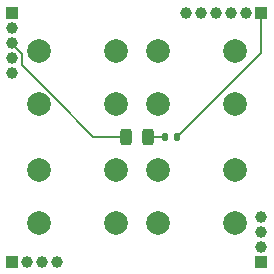
<source format=gtl>
%TF.GenerationSoftware,KiCad,Pcbnew,9.0.5-1.fc42*%
%TF.CreationDate,2025-12-03T04:04:05+01:00*%
%TF.ProjectId,Block-Switch-4,426c6f63-6b2d-4537-9769-7463682d342e,1*%
%TF.SameCoordinates,Original*%
%TF.FileFunction,Copper,L1,Top*%
%TF.FilePolarity,Positive*%
%FSLAX46Y46*%
G04 Gerber Fmt 4.6, Leading zero omitted, Abs format (unit mm)*
G04 Created by KiCad (PCBNEW 9.0.5-1.fc42) date 2025-12-03 04:04:05*
%MOMM*%
%LPD*%
G01*
G04 APERTURE LIST*
G04 Aperture macros list*
%AMRoundRect*
0 Rectangle with rounded corners*
0 $1 Rounding radius*
0 $2 $3 $4 $5 $6 $7 $8 $9 X,Y pos of 4 corners*
0 Add a 4 corners polygon primitive as box body*
4,1,4,$2,$3,$4,$5,$6,$7,$8,$9,$2,$3,0*
0 Add four circle primitives for the rounded corners*
1,1,$1+$1,$2,$3*
1,1,$1+$1,$4,$5*
1,1,$1+$1,$6,$7*
1,1,$1+$1,$8,$9*
0 Add four rect primitives between the rounded corners*
20,1,$1+$1,$2,$3,$4,$5,0*
20,1,$1+$1,$4,$5,$6,$7,0*
20,1,$1+$1,$6,$7,$8,$9,0*
20,1,$1+$1,$8,$9,$2,$3,0*%
G04 Aperture macros list end*
%TA.AperFunction,ComponentPad*%
%ADD10C,2.000000*%
%TD*%
%TA.AperFunction,SMDPad,CuDef*%
%ADD11RoundRect,0.243750X-0.243750X-0.456250X0.243750X-0.456250X0.243750X0.456250X-0.243750X0.456250X0*%
%TD*%
%TA.AperFunction,SMDPad,CuDef*%
%ADD12RoundRect,0.135000X0.135000X0.185000X-0.135000X0.185000X-0.135000X-0.185000X0.135000X-0.185000X0*%
%TD*%
%TA.AperFunction,ComponentPad*%
%ADD13R,1.000000X1.000000*%
%TD*%
%TA.AperFunction,ComponentPad*%
%ADD14C,1.000000*%
%TD*%
%TA.AperFunction,Conductor*%
%ADD15C,0.200000*%
%TD*%
G04 APERTURE END LIST*
D10*
%TO.P,SW4,1,1*%
%TO.N,Net-(R4-Pad2)*%
X140831300Y-106398190D03*
X147331300Y-106398190D03*
%TO.P,SW4,2,2*%
%TO.N,/A1*%
X140831300Y-110898190D03*
X147331300Y-110898190D03*
%TD*%
%TO.P,SW3,1,1*%
%TO.N,Net-(R3-Pad2)*%
X130798700Y-106398190D03*
X137298700Y-106398190D03*
%TO.P,SW3,2,2*%
%TO.N,/A0*%
X130798700Y-110898190D03*
X137298700Y-110898190D03*
%TD*%
D11*
%TO.P,D1,1,K*%
%TO.N,GND*%
X138147500Y-113665000D03*
%TO.P,D1,2,A*%
%TO.N,Net-(D1-A)*%
X140022500Y-113665000D03*
%TD*%
D10*
%TO.P,SW2,1,1*%
%TO.N,Net-(R2-Pad2)*%
X140831300Y-116431810D03*
X147331300Y-116431810D03*
%TO.P,SW2,2,2*%
%TO.N,/B*%
X140831300Y-120931810D03*
X147331300Y-120931810D03*
%TD*%
D12*
%TO.P,R5,1*%
%TO.N,/LED*%
X142494000Y-113665000D03*
%TO.P,R5,2*%
%TO.N,Net-(D1-A)*%
X141474000Y-113665000D03*
%TD*%
D10*
%TO.P,SW1,1,1*%
%TO.N,Net-(R1-Pad2)*%
X130798700Y-116431810D03*
X137298700Y-116431810D03*
%TO.P,SW1,2,2*%
%TO.N,/A*%
X130798700Y-120931810D03*
X137298700Y-120931810D03*
%TD*%
D13*
%TO.P,J4,1,Pin_1*%
%TO.N,/Typ0*%
X128525000Y-124205000D03*
D14*
%TO.P,J4,2,Pin_2*%
%TO.N,/Typ1*%
X129795000Y-124205000D03*
%TO.P,J4,3,Pin_3*%
%TO.N,/Typ2*%
X131065000Y-124205000D03*
%TO.P,J4,4,Pin_4*%
%TO.N,/Typ3*%
X132335000Y-124205000D03*
%TD*%
D13*
%TO.P,J2,1,Pin_1*%
%TO.N,/Addr0*%
X149605000Y-124205000D03*
D14*
%TO.P,J2,2,Pin_2*%
%TO.N,/Addr1*%
X149605000Y-122935000D03*
%TO.P,J2,3,Pin_3*%
%TO.N,/Addr2*%
X149605000Y-121665000D03*
%TO.P,J2,4,Pin_4*%
%TO.N,/Addr3*%
X149605000Y-120395000D03*
%TD*%
D13*
%TO.P,J1,1,Pin_1*%
%TO.N,/+3.3V Digital*%
X128525000Y-103125000D03*
D14*
%TO.P,J1,2,Pin_2*%
%TO.N,/AREF*%
X128525000Y-104395000D03*
%TO.P,J1,3,Pin_3*%
%TO.N,GND*%
X128525000Y-105665000D03*
%TO.P,J1,4,Pin_4*%
%TO.N,/SlotBus.Data*%
X128525000Y-106935000D03*
%TO.P,J1,5,Pin_5*%
%TO.N,/SlotBus.Clock*%
X128525000Y-108205000D03*
%TD*%
D13*
%TO.P,J3,1,Pin_1*%
%TO.N,/LED*%
X149605000Y-103125000D03*
D14*
%TO.P,J3,2,Pin_2*%
%TO.N,/C*%
X148335000Y-103125000D03*
%TO.P,J3,3,Pin_3*%
%TO.N,/B*%
X147065000Y-103125000D03*
%TO.P,J3,4,Pin_4*%
%TO.N,/A*%
X145795000Y-103125000D03*
%TO.P,J3,5,Pin_5*%
%TO.N,/A1*%
X144525000Y-103125000D03*
%TO.P,J3,6,Pin_6*%
%TO.N,/A0*%
X143255000Y-103125000D03*
%TD*%
D15*
%TO.N,Net-(D1-A)*%
X140022500Y-113665000D02*
X141474000Y-113665000D01*
%TO.N,GND*%
X138147500Y-113665000D02*
X135382000Y-113665000D01*
X135382000Y-113665000D02*
X132099700Y-110382700D01*
X132099700Y-110382700D02*
X132099700Y-110359298D01*
X132099700Y-110359298D02*
X129326000Y-107585598D01*
X129326000Y-107585598D02*
X129326000Y-106603214D01*
X129326000Y-106603214D02*
X128525000Y-105802214D01*
X128525000Y-105802214D02*
X128525000Y-105665000D01*
%TO.N,/LED*%
X142494000Y-113665000D02*
X149605000Y-106554000D01*
X149605000Y-106554000D02*
X149605000Y-103125000D01*
%TD*%
M02*

</source>
